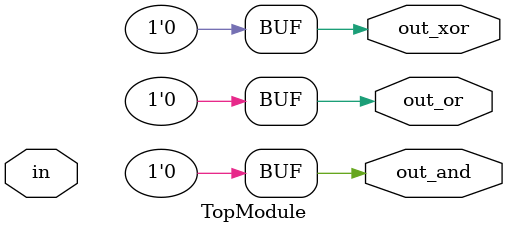
<source format=v>
module TopModule (
  input [99:0] in,
  output out_and,
  output out_or,
  output out_xor
);

  // Optional:  Placeholders to avoid errors if synthesis tools expect assignments.
  assign out_and = 1'b0;
  assign out_or  = 1'b0;
  assign out_xor = 1'b0;


endmodule
</source>
